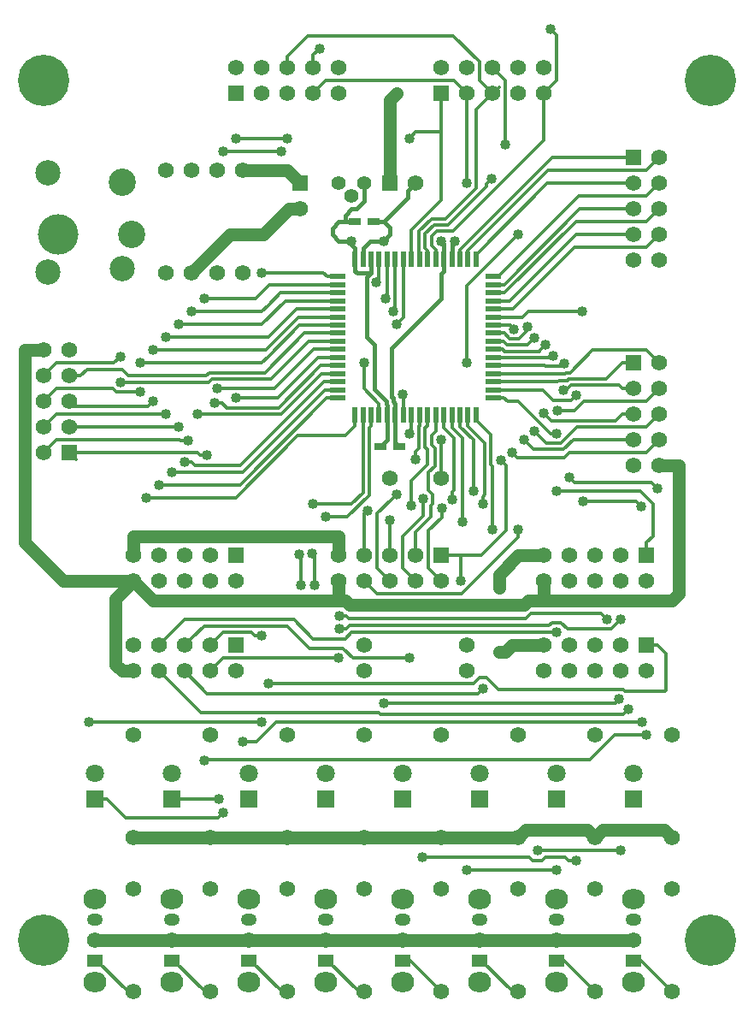
<source format=gbr>
G04 #@! TF.GenerationSoftware,KiCad,Pcbnew,(5.1.2)-2*
G04 #@! TF.CreationDate,2019-07-21T19:43:21-07:00*
G04 #@! TF.ProjectId,300-1004,3330302d-3130-4303-942e-6b696361645f,rev?*
G04 #@! TF.SameCoordinates,Original*
G04 #@! TF.FileFunction,Copper,L1,Top*
G04 #@! TF.FilePolarity,Positive*
%FSLAX46Y46*%
G04 Gerber Fmt 4.6, Leading zero omitted, Abs format (unit mm)*
G04 Created by KiCad (PCBNEW (5.1.2)-2) date 2019-07-21 19:43:21*
%MOMM*%
%LPD*%
G04 APERTURE LIST*
%ADD10C,1.574800*%
%ADD11C,5.080000*%
%ADD12R,1.200000X0.750000*%
%ADD13O,2.286000X2.000000*%
%ADD14O,1.574800X1.200000*%
%ADD15R,1.574800X1.200000*%
%ADD16R,1.574800X1.574800*%
%ADD17C,1.800000*%
%ADD18R,1.800000X1.800000*%
%ADD19R,1.500000X0.550000*%
%ADD20R,0.550000X1.500000*%
%ADD21C,2.500000*%
%ADD22C,4.000000*%
%ADD23C,2.700000*%
%ADD24C,1.397000*%
%ADD25C,1.016000*%
%ADD26C,0.381000*%
%ADD27C,1.270000*%
%ADD28C,0.304800*%
G04 APERTURE END LIST*
D10*
X158750000Y-107950000D03*
X148590000Y-107950000D03*
X158750000Y-110490000D03*
X148590000Y-110490000D03*
D11*
X182880000Y-52070000D03*
X182880000Y-137160000D03*
X116840000Y-137160000D03*
D12*
X147640000Y-66040000D03*
X149540000Y-66040000D03*
X150180000Y-88265000D03*
X152080000Y-88265000D03*
D11*
X116840000Y-52070000D03*
D13*
X175260000Y-133045200D03*
X175260000Y-141274800D03*
D14*
X175260000Y-135153400D03*
D10*
X175260000Y-137160000D03*
D15*
X175260000Y-139166600D03*
D13*
X167640000Y-133045200D03*
X167640000Y-141274800D03*
D14*
X167640000Y-135153400D03*
D10*
X167640000Y-137160000D03*
D15*
X167640000Y-139166600D03*
D13*
X160020000Y-133045200D03*
X160020000Y-141274800D03*
D14*
X160020000Y-135153400D03*
D10*
X160020000Y-137160000D03*
D15*
X160020000Y-139166600D03*
D13*
X152400000Y-133045200D03*
X152400000Y-141274800D03*
D14*
X152400000Y-135153400D03*
D10*
X152400000Y-137160000D03*
D15*
X152400000Y-139166600D03*
D13*
X144780000Y-133045200D03*
X144780000Y-141274800D03*
D14*
X144780000Y-135153400D03*
D10*
X144780000Y-137160000D03*
D15*
X144780000Y-139166600D03*
D13*
X137160000Y-133045200D03*
X137160000Y-141274800D03*
D14*
X137160000Y-135153400D03*
D10*
X137160000Y-137160000D03*
D15*
X137160000Y-139166600D03*
D13*
X129540000Y-133045200D03*
X129540000Y-141274800D03*
D14*
X129540000Y-135153400D03*
D10*
X129540000Y-137160000D03*
D15*
X129540000Y-139166600D03*
D13*
X121920000Y-133045200D03*
X121920000Y-141274800D03*
D14*
X121920000Y-135153400D03*
D10*
X121920000Y-137160000D03*
D15*
X121920000Y-139166600D03*
D10*
X179070000Y-127000000D03*
X179070000Y-116840000D03*
X171450000Y-127000000D03*
X171450000Y-116840000D03*
X163830000Y-127000000D03*
X163830000Y-116840000D03*
X156210000Y-127000000D03*
X156210000Y-116840000D03*
X148590000Y-127000000D03*
X148590000Y-116840000D03*
X140970000Y-127000000D03*
X140970000Y-116840000D03*
X133350000Y-127000000D03*
X133350000Y-116840000D03*
X125730000Y-127000000D03*
X125730000Y-116840000D03*
X179070000Y-142240000D03*
X179070000Y-132080000D03*
X171450000Y-142240000D03*
X171450000Y-132080000D03*
X163830000Y-142240000D03*
X163830000Y-132080000D03*
X156210000Y-142240000D03*
X156210000Y-132080000D03*
X148590000Y-142240000D03*
X148590000Y-132080000D03*
X140970000Y-142240000D03*
X140970000Y-132080000D03*
X133350000Y-142240000D03*
X133350000Y-132080000D03*
X125730000Y-142240000D03*
X125730000Y-132080000D03*
X125730000Y-110490000D03*
X125730000Y-107950000D03*
X128270000Y-110490000D03*
X128270000Y-107950000D03*
X130810000Y-110490000D03*
X130810000Y-107950000D03*
X133350000Y-110490000D03*
X133350000Y-107950000D03*
X135890000Y-110490000D03*
D16*
X135890000Y-107950000D03*
D10*
X166370000Y-110490000D03*
X166370000Y-107950000D03*
X168910000Y-110490000D03*
X168910000Y-107950000D03*
X171450000Y-110490000D03*
X171450000Y-107950000D03*
X173990000Y-110490000D03*
X173990000Y-107950000D03*
X176530000Y-110490000D03*
D16*
X176530000Y-107950000D03*
D17*
X175260000Y-120650000D03*
D18*
X175260000Y-123190000D03*
D17*
X167640000Y-120650000D03*
D18*
X167640000Y-123190000D03*
D17*
X160020000Y-120650000D03*
D18*
X160020000Y-123190000D03*
D17*
X152400000Y-120650000D03*
D18*
X152400000Y-123190000D03*
D17*
X144780000Y-120650000D03*
D18*
X144780000Y-123190000D03*
D17*
X137160000Y-120650000D03*
D18*
X137160000Y-123190000D03*
D17*
X129540000Y-120650000D03*
D18*
X129540000Y-123190000D03*
D17*
X121920000Y-120650000D03*
D18*
X121920000Y-123190000D03*
D19*
X145970000Y-71470000D03*
X145970000Y-72270000D03*
X145970000Y-73070000D03*
X145970000Y-73870000D03*
X145970000Y-74670000D03*
X145970000Y-75470000D03*
X145970000Y-76270000D03*
X145970000Y-77070000D03*
X145970000Y-77870000D03*
X145970000Y-78670000D03*
X145970000Y-79470000D03*
X145970000Y-80270000D03*
X145970000Y-81070000D03*
X145970000Y-81870000D03*
X145970000Y-82670000D03*
X145970000Y-83470000D03*
D20*
X147670000Y-85170000D03*
X148470000Y-85170000D03*
X149270000Y-85170000D03*
X150070000Y-85170000D03*
X150870000Y-85170000D03*
X151670000Y-85170000D03*
X152470000Y-85170000D03*
X153270000Y-85170000D03*
X154070000Y-85170000D03*
X154870000Y-85170000D03*
X155670000Y-85170000D03*
X156470000Y-85170000D03*
X157270000Y-85170000D03*
X158070000Y-85170000D03*
X158870000Y-85170000D03*
X159670000Y-85170000D03*
D19*
X161370000Y-83470000D03*
X161370000Y-82670000D03*
X161370000Y-81870000D03*
X161370000Y-81070000D03*
X161370000Y-80270000D03*
X161370000Y-79470000D03*
X161370000Y-78670000D03*
X161370000Y-77870000D03*
X161370000Y-77070000D03*
X161370000Y-76270000D03*
X161370000Y-75470000D03*
X161370000Y-74670000D03*
X161370000Y-73870000D03*
X161370000Y-73070000D03*
X161370000Y-72270000D03*
X161370000Y-71470000D03*
D20*
X159670000Y-69770000D03*
X158870000Y-69770000D03*
X158070000Y-69770000D03*
X157270000Y-69770000D03*
X156470000Y-69770000D03*
X155670000Y-69770000D03*
X154870000Y-69770000D03*
X154070000Y-69770000D03*
X153270000Y-69770000D03*
X152470000Y-69770000D03*
X151670000Y-69770000D03*
X150870000Y-69770000D03*
X150070000Y-69770000D03*
X149270000Y-69770000D03*
X148470000Y-69770000D03*
X147670000Y-69770000D03*
D21*
X124600000Y-70710000D03*
X117300000Y-61210000D03*
X117300000Y-71010000D03*
D22*
X118300000Y-67310000D03*
D23*
X124600000Y-62110000D03*
X125550000Y-67310000D03*
D10*
X151130000Y-91440000D03*
X156210000Y-91440000D03*
D24*
X146050000Y-62230000D03*
X147320000Y-63500000D03*
X148590000Y-62230000D03*
D10*
X116840000Y-78740000D03*
X119380000Y-78740000D03*
X116840000Y-81280000D03*
X119380000Y-81280000D03*
X116840000Y-83820000D03*
X119380000Y-83820000D03*
X116840000Y-86360000D03*
X119380000Y-86360000D03*
X116840000Y-88900000D03*
D16*
X119380000Y-88900000D03*
D10*
X146050000Y-50800000D03*
X146050000Y-53340000D03*
X143510000Y-50800000D03*
X143510000Y-53340000D03*
X140970000Y-50800000D03*
X140970000Y-53340000D03*
X138430000Y-50800000D03*
X138430000Y-53340000D03*
X135890000Y-50800000D03*
D16*
X135890000Y-53340000D03*
D10*
X166370000Y-101600000D03*
X166370000Y-99060000D03*
X168910000Y-101600000D03*
X168910000Y-99060000D03*
X171450000Y-101600000D03*
X171450000Y-99060000D03*
X173990000Y-101600000D03*
X173990000Y-99060000D03*
X176530000Y-101600000D03*
D16*
X176530000Y-99060000D03*
D10*
X146050000Y-101600000D03*
X146050000Y-99060000D03*
X148590000Y-101600000D03*
X148590000Y-99060000D03*
X151130000Y-101600000D03*
X151130000Y-99060000D03*
X153670000Y-101600000D03*
X153670000Y-99060000D03*
X156210000Y-101600000D03*
D16*
X156210000Y-99060000D03*
D10*
X125730000Y-101600000D03*
X125730000Y-99060000D03*
X128270000Y-101600000D03*
X128270000Y-99060000D03*
X130810000Y-101600000D03*
X130810000Y-99060000D03*
X133350000Y-101600000D03*
X133350000Y-99060000D03*
X135890000Y-101600000D03*
D16*
X135890000Y-99060000D03*
D10*
X177800000Y-69850000D03*
X175260000Y-69850000D03*
X177800000Y-67310000D03*
X175260000Y-67310000D03*
X177800000Y-64770000D03*
X175260000Y-64770000D03*
X177800000Y-62230000D03*
X175260000Y-62230000D03*
X177800000Y-59690000D03*
D16*
X175260000Y-59690000D03*
D10*
X177800000Y-90170000D03*
X175260000Y-90170000D03*
X177800000Y-87630000D03*
X175260000Y-87630000D03*
X177800000Y-85090000D03*
X175260000Y-85090000D03*
X177800000Y-82550000D03*
X175260000Y-82550000D03*
X177800000Y-80010000D03*
D16*
X175260000Y-80010000D03*
D10*
X166370000Y-50800000D03*
X166370000Y-53340000D03*
X163830000Y-50800000D03*
X163830000Y-53340000D03*
X161290000Y-50800000D03*
X161290000Y-53340000D03*
X158750000Y-50800000D03*
X158750000Y-53340000D03*
X156210000Y-50800000D03*
D16*
X156210000Y-53340000D03*
D10*
X131445000Y-71120000D03*
X131445000Y-60960000D03*
X136525000Y-71120000D03*
X136525000Y-60960000D03*
X128905000Y-71120000D03*
X128905000Y-60960000D03*
X133985000Y-71120000D03*
X133985000Y-60960000D03*
X142240000Y-64770000D03*
D16*
X142240000Y-62230000D03*
X151130000Y-62230000D03*
D10*
X153670000Y-62230000D03*
D25*
X147320000Y-67945000D03*
X157530813Y-67945000D03*
X151765000Y-53340000D03*
X156210000Y-67945000D03*
X150495000Y-67945000D03*
X161925000Y-108585000D03*
X161925000Y-102235000D03*
X153035000Y-86995000D03*
X156210000Y-87630000D03*
X152389218Y-83155626D03*
X144145000Y-48895000D03*
X167005000Y-46990000D03*
X148590000Y-80010000D03*
X158750000Y-80010000D03*
X163830000Y-67310000D03*
X162560000Y-58420000D03*
X158750000Y-62230000D03*
X161208617Y-61818407D03*
X153035000Y-57785000D03*
X163195000Y-88900000D03*
X163434861Y-76674831D03*
X164733045Y-76431404D03*
X164435919Y-87656075D03*
X165467515Y-77529173D03*
X165419307Y-86774321D03*
X166579280Y-78242280D03*
X166406590Y-85031575D03*
X167296859Y-79351164D03*
X167701186Y-84769728D03*
X168317917Y-82696317D03*
X168418651Y-80048391D03*
X127000000Y-93345000D03*
X128270000Y-92075000D03*
X129540000Y-90805000D03*
X130810000Y-89839790D03*
X132080000Y-85090000D03*
X133775382Y-83995460D03*
X135890000Y-83489790D03*
X133985000Y-82550000D03*
X161290000Y-96520000D03*
X163830000Y-96520000D03*
X160324790Y-93980000D03*
X148916172Y-94610962D03*
X159385000Y-92710000D03*
X151765000Y-93014790D03*
X158315923Y-95732559D03*
X151135314Y-95580210D03*
X157279251Y-93500556D03*
X154427786Y-93472858D03*
X156266002Y-94347829D03*
X153284823Y-94134808D03*
X153670000Y-89535000D03*
X162100594Y-89639471D03*
X158115000Y-101600000D03*
X144780000Y-95250000D03*
X172670046Y-105362405D03*
X146097622Y-105028979D03*
X143678838Y-102006421D03*
X143438159Y-98893143D03*
X143510000Y-93980000D03*
X173990000Y-105410000D03*
X146097507Y-106349790D03*
X142358027Y-102006420D03*
X142118626Y-98951251D03*
X170180000Y-74930000D03*
X170247022Y-93675210D03*
X176025577Y-94205592D03*
X169545000Y-83185000D03*
X177627643Y-92442629D03*
X168915314Y-91343476D03*
X167640000Y-86995000D03*
X167640000Y-92710000D03*
X151765000Y-76200000D03*
X151499887Y-74906069D03*
X140335000Y-59055000D03*
X134620000Y-59055000D03*
X150704790Y-73660000D03*
X140970000Y-57785000D03*
X135890000Y-57785000D03*
X149812493Y-72059790D03*
X124460000Y-81915000D03*
X124460000Y-79375000D03*
X126365000Y-80010000D03*
X126365000Y-82880210D03*
X127635000Y-78740000D03*
X127635000Y-83820000D03*
X128905000Y-77470000D03*
X128905000Y-85090000D03*
X130175000Y-76200000D03*
X130175000Y-86360000D03*
X131445000Y-74930000D03*
X131114790Y-87697022D03*
X132715000Y-73660000D03*
X133045210Y-89116200D03*
X134620000Y-124510813D03*
X134227978Y-123190000D03*
X138430000Y-107010210D03*
X146050000Y-109220000D03*
X153035000Y-109220000D03*
X160386532Y-112221546D03*
X167640000Y-106680000D03*
X174722531Y-114256158D03*
X165735000Y-128270000D03*
X173990000Y-128270000D03*
X167640000Y-130175000D03*
X158750000Y-130175000D03*
X154305000Y-128905000D03*
X169545000Y-129235210D03*
X150495000Y-113665000D03*
X173805015Y-113306048D03*
X136525000Y-117475000D03*
X176123650Y-115572255D03*
X176530000Y-116840000D03*
X132715000Y-119380000D03*
X139065000Y-111760000D03*
X138430000Y-115570000D03*
X121285000Y-115570000D03*
X138430000Y-71120000D03*
D26*
X147670000Y-68639000D02*
X146976000Y-67945000D01*
X147670000Y-69770000D02*
X147670000Y-68639000D01*
X146976000Y-67945000D02*
X146050000Y-67945000D01*
X146050000Y-67945000D02*
X145415000Y-67310000D01*
X145415000Y-67310000D02*
X145415000Y-66675000D01*
X145415000Y-66675000D02*
X146050000Y-66040000D01*
X149270000Y-71075000D02*
X149270000Y-69770000D01*
X149225000Y-71120000D02*
X149270000Y-71075000D01*
X147889000Y-71120000D02*
X149225000Y-71120000D01*
X147670000Y-70901000D02*
X147889000Y-71120000D01*
X147670000Y-69770000D02*
X147670000Y-70901000D01*
D27*
X146050000Y-103505000D02*
X146050000Y-101600000D01*
X166370000Y-103505000D02*
X166370000Y-101600000D01*
X166370000Y-103505000D02*
X179070000Y-103505000D01*
X179070000Y-103505000D02*
X179705000Y-102870000D01*
X179705000Y-102870000D02*
X179705000Y-90170000D01*
X179705000Y-90170000D02*
X177800000Y-90170000D01*
X125730000Y-101600000D02*
X118745000Y-101600000D01*
X118745000Y-101600000D02*
X114935000Y-97790000D01*
X114935000Y-97790000D02*
X114935000Y-78740000D01*
X114935000Y-78740000D02*
X116840000Y-78740000D01*
D26*
X150755811Y-83769386D02*
X149593302Y-82606877D01*
X150870000Y-85170000D02*
X150870000Y-84204979D01*
X148809192Y-77474304D02*
X148809192Y-71535808D01*
X148809192Y-71535808D02*
X149225000Y-71120000D01*
X149593302Y-82606877D02*
X149593302Y-78258414D01*
X150755811Y-84090790D02*
X150755811Y-83769386D01*
X149593302Y-78258414D02*
X148809192Y-77474304D01*
X150870000Y-84204979D02*
X150755811Y-84090790D01*
X150870000Y-87575000D02*
X150180000Y-88265000D01*
X150870000Y-85170000D02*
X150870000Y-87575000D01*
D27*
X127635000Y-103505000D02*
X146050000Y-103505000D01*
X125730000Y-101600000D02*
X127635000Y-103505000D01*
X156210000Y-127000000D02*
X163830000Y-127000000D01*
X148590000Y-127000000D02*
X156210000Y-127000000D01*
X140970000Y-127000000D02*
X148590000Y-127000000D01*
X133350000Y-127000000D02*
X140970000Y-127000000D01*
X125730000Y-127000000D02*
X133350000Y-127000000D01*
X171450000Y-127000000D02*
X170662601Y-126212601D01*
X164617399Y-126212601D02*
X163830000Y-127000000D01*
X170662601Y-126212601D02*
X164617399Y-126212601D01*
X172237399Y-126212601D02*
X171450000Y-127000000D01*
X179070000Y-127000000D02*
X178282601Y-126212601D01*
X178282601Y-126212601D02*
X172237399Y-126212601D01*
X146050000Y-103505000D02*
X146716391Y-103505000D01*
X147148203Y-103936812D02*
X164401041Y-103936812D01*
X164832853Y-103505000D02*
X166370000Y-103505000D01*
X146716391Y-103505000D02*
X147148203Y-103936812D01*
X164401041Y-103936812D02*
X164832853Y-103505000D01*
X124616449Y-110490000D02*
X123981449Y-109855000D01*
X125730000Y-110490000D02*
X124616449Y-110490000D01*
X123981449Y-103348551D02*
X125730000Y-101600000D01*
X123981449Y-109855000D02*
X123981449Y-103348551D01*
D26*
X148590000Y-63996826D02*
X147816826Y-64770000D01*
X148590000Y-62230000D02*
X148590000Y-63996826D01*
X147816826Y-64770000D02*
X147320000Y-64770000D01*
X147320000Y-64770000D02*
X146685000Y-65405000D01*
X146685000Y-65405000D02*
X146685000Y-66040000D01*
X146050000Y-66040000D02*
X146685000Y-66040000D01*
X146685000Y-66040000D02*
X147640000Y-66040000D01*
X147320000Y-67945000D02*
X146050000Y-67945000D01*
X157270000Y-68205813D02*
X157530813Y-67945000D01*
X157270000Y-69770000D02*
X157270000Y-68205813D01*
D27*
X151130000Y-60172600D02*
X151130000Y-62230000D01*
X151130000Y-53975000D02*
X151130000Y-60172600D01*
X151765000Y-53340000D02*
X151130000Y-53975000D01*
D26*
X150521000Y-66040000D02*
X149540000Y-66040000D01*
D27*
X125730000Y-99060000D02*
X125730000Y-97155000D01*
X125730000Y-97155000D02*
X146050000Y-97155000D01*
X146050000Y-97155000D02*
X146050000Y-99060000D01*
D26*
X156470000Y-70901000D02*
X156210000Y-71161000D01*
X156470000Y-69770000D02*
X156470000Y-70901000D01*
X156210000Y-71161000D02*
X156210000Y-73660000D01*
X156210000Y-73660000D02*
X155892500Y-73977500D01*
X151670000Y-87855000D02*
X152080000Y-88265000D01*
X151670000Y-85170000D02*
X151670000Y-87855000D01*
D27*
X141126449Y-64770000D02*
X138586449Y-67310000D01*
X142240000Y-64770000D02*
X141126449Y-64770000D01*
X135255000Y-67310000D02*
X131445000Y-71120000D01*
X138586449Y-67310000D02*
X135255000Y-67310000D01*
D26*
X151670000Y-85170000D02*
X151670000Y-84035096D01*
X151441622Y-83806718D02*
X151441622Y-83485314D01*
X151670000Y-84035096D02*
X151441622Y-83806718D01*
X151301489Y-83345181D02*
X151301489Y-78568511D01*
X151301489Y-78568511D02*
X156210000Y-73660000D01*
X151441622Y-83485314D02*
X151301489Y-83345181D01*
D27*
X175260000Y-137160000D02*
X167640000Y-137160000D01*
X167640000Y-137160000D02*
X160020000Y-137160000D01*
X160020000Y-137160000D02*
X152400000Y-137160000D01*
X144780000Y-137160000D02*
X152400000Y-137160000D01*
X137160000Y-137160000D02*
X144780000Y-137160000D01*
X129540000Y-137160000D02*
X137160000Y-137160000D01*
X121920000Y-137160000D02*
X129540000Y-137160000D01*
D26*
X152882601Y-63678399D02*
X150521000Y-66040000D01*
X152882601Y-63017399D02*
X152882601Y-63678399D01*
X153670000Y-62230000D02*
X152882601Y-63017399D01*
X148470000Y-68639000D02*
X149164000Y-67945000D01*
X148470000Y-69770000D02*
X148470000Y-68639000D01*
X149164000Y-67945000D02*
X150495000Y-67945000D01*
X150495000Y-67945000D02*
X151130000Y-67310000D01*
X151130000Y-67310000D02*
X151130000Y-66649000D01*
X151130000Y-66649000D02*
X150521000Y-66040000D01*
X156470000Y-68205000D02*
X156210000Y-67945000D01*
X156470000Y-69770000D02*
X156470000Y-68205000D01*
D27*
X166370000Y-107950000D02*
X163195000Y-107950000D01*
X163195000Y-107950000D02*
X162560000Y-108585000D01*
X162560000Y-108585000D02*
X161925000Y-108585000D01*
X161925000Y-102235000D02*
X161925000Y-100965000D01*
X163830000Y-99060000D02*
X166370000Y-99060000D01*
X161925000Y-100965000D02*
X163830000Y-99060000D01*
D28*
X153270000Y-85170000D02*
X153270000Y-86760000D01*
X153270000Y-86760000D02*
X153035000Y-86995000D01*
X156210000Y-87630000D02*
X156210000Y-91440000D01*
X152470000Y-85170000D02*
X152470000Y-83236408D01*
X152470000Y-83236408D02*
X152389218Y-83155626D01*
X143510000Y-49530000D02*
X144145000Y-48895000D01*
X143510000Y-50800000D02*
X143510000Y-49530000D01*
X167157399Y-52552601D02*
X166370000Y-53340000D01*
X167614601Y-52095399D02*
X167157399Y-52552601D01*
X167614601Y-47599601D02*
X167614601Y-52095399D01*
X167005000Y-46990000D02*
X167614601Y-47599601D01*
X155670000Y-69770000D02*
X155670000Y-68833500D01*
X166370000Y-54453551D02*
X166370000Y-53340000D01*
X166370000Y-58022038D02*
X166370000Y-54453551D01*
X157412240Y-66979798D02*
X166370000Y-58022038D01*
X155244798Y-67481702D02*
X155746702Y-66979798D01*
X155244798Y-68408298D02*
X155244798Y-67481702D01*
X155670000Y-68833500D02*
X155244798Y-68408298D01*
X155746702Y-66979798D02*
X157412240Y-66979798D01*
X150070000Y-85170000D02*
X150070000Y-84030000D01*
X150070000Y-84030000D02*
X148590000Y-82550000D01*
X148590000Y-82550000D02*
X148590000Y-81280000D01*
X148590000Y-81280000D02*
X148590000Y-80010000D01*
X158750000Y-80010000D02*
X158750000Y-72390000D01*
X158750000Y-72390000D02*
X163830000Y-67310000D01*
X162560000Y-52070000D02*
X161290000Y-50800000D01*
X162560000Y-58420000D02*
X162560000Y-52070000D01*
X161290000Y-53340000D02*
X161925000Y-52705000D01*
X140970000Y-49686449D02*
X143031449Y-47625000D01*
X160502601Y-52552601D02*
X161290000Y-53340000D01*
X160020000Y-52070000D02*
X160502601Y-52552601D01*
X160020000Y-50227990D02*
X160020000Y-52070000D01*
X157417010Y-47625000D02*
X160020000Y-50227990D01*
X143031449Y-47625000D02*
X157417010Y-47625000D01*
X140970000Y-50800000D02*
X140970000Y-49686449D01*
X154025578Y-66976682D02*
X155241684Y-65760576D01*
X160502601Y-54127399D02*
X161290000Y-53340000D01*
X159715201Y-62693297D02*
X159715201Y-54914799D01*
X159715201Y-54914799D02*
X160502601Y-54127399D01*
X156647921Y-65760576D02*
X159715201Y-62693297D01*
X155241684Y-65760576D02*
X156647921Y-65760576D01*
X154025578Y-69725578D02*
X154025578Y-66976682D01*
X154070000Y-69770000D02*
X154025578Y-69725578D01*
X158750000Y-62230000D02*
X158750000Y-53340000D01*
X154870000Y-68895620D02*
X154635187Y-68660807D01*
X154870000Y-69770000D02*
X154870000Y-68895620D01*
X160700618Y-62326406D02*
X161208617Y-61818407D01*
X154635188Y-67229192D02*
X155494193Y-66370187D01*
X160700618Y-62592262D02*
X160700618Y-62326406D01*
X156922693Y-66370187D02*
X160700618Y-62592262D01*
X155494193Y-66370187D02*
X156922693Y-66370187D01*
X154635187Y-68660807D02*
X154635188Y-67229192D01*
X144297399Y-52552601D02*
X143510000Y-53340000D01*
X144780000Y-52070000D02*
X144297399Y-52552601D01*
X157480000Y-52070000D02*
X144780000Y-52070000D01*
X158750000Y-53340000D02*
X157480000Y-52070000D01*
X153270000Y-69770000D02*
X153270000Y-66847880D01*
X153270000Y-66847880D02*
X156210000Y-63907880D01*
X156210000Y-54432200D02*
X156210000Y-53340000D01*
X153670000Y-57150000D02*
X156210000Y-57150000D01*
X153035000Y-57785000D02*
X153670000Y-57150000D01*
X156210000Y-63907880D02*
X156210000Y-57150000D01*
X156210000Y-57150000D02*
X156210000Y-54432200D01*
X161370000Y-76270000D02*
X163030030Y-76270000D01*
X163030030Y-76270000D02*
X163434861Y-76674831D01*
X168379741Y-89407999D02*
X168887740Y-88900000D01*
X163195000Y-88900000D02*
X163702999Y-89407999D01*
X163702999Y-89407999D02*
X168379741Y-89407999D01*
X177012601Y-88417399D02*
X177800000Y-87630000D01*
X176530000Y-88900000D02*
X177012601Y-88417399D01*
X168887740Y-88900000D02*
X176530000Y-88900000D01*
X161370000Y-77070000D02*
X162443667Y-77070000D01*
X162443667Y-77070000D02*
X163013708Y-77640041D01*
X163900910Y-77640041D02*
X164733045Y-76807906D01*
X164733045Y-76807906D02*
X164733045Y-76431404D01*
X163013708Y-77640041D02*
X163900910Y-77640041D01*
X165349657Y-88569813D02*
X164943918Y-88164074D01*
X175260000Y-87630000D02*
X169295620Y-87630000D01*
X168355807Y-88569813D02*
X165349657Y-88569813D01*
X169295620Y-87630000D02*
X168355807Y-88569813D01*
X164943918Y-88164074D02*
X164435919Y-87656075D01*
X164959516Y-78037172D02*
X165467515Y-77529173D01*
X162381547Y-77870000D02*
X162761199Y-78249652D01*
X164747036Y-78249652D02*
X164959516Y-78037172D01*
X162761199Y-78249652D02*
X164747036Y-78249652D01*
X161370000Y-77870000D02*
X162381547Y-77870000D01*
X166605188Y-87960202D02*
X165927306Y-87282320D01*
X177800000Y-85090000D02*
X176529979Y-86360021D01*
X168103298Y-87960202D02*
X166605188Y-87960202D01*
X169703479Y-86360021D02*
X168103298Y-87960202D01*
X176529979Y-86360021D02*
X169703479Y-86360021D01*
X165927306Y-87282320D02*
X165419307Y-86774321D01*
X162508691Y-78859262D02*
X165962298Y-78859262D01*
X166071281Y-78750279D02*
X166579280Y-78242280D01*
X162319427Y-78670000D02*
X162508691Y-78859262D01*
X161370000Y-78670000D02*
X162319427Y-78670000D01*
X165962298Y-78859262D02*
X166071281Y-78750279D01*
X174146449Y-85090000D02*
X173486038Y-85750411D01*
X167125426Y-85750411D02*
X166914589Y-85539574D01*
X166914589Y-85539574D02*
X166406590Y-85031575D01*
X173486038Y-85750411D02*
X167125426Y-85750411D01*
X175260000Y-85090000D02*
X174146449Y-85090000D01*
X167178023Y-79470000D02*
X167296859Y-79351164D01*
X161370000Y-79470000D02*
X167178023Y-79470000D01*
X170338500Y-83820000D02*
X169388772Y-84769728D01*
X169388772Y-84769728D02*
X168419606Y-84769728D01*
X168419606Y-84769728D02*
X167701186Y-84769728D01*
X176530000Y-83820000D02*
X170338500Y-83820000D01*
X177800000Y-82550000D02*
X176530000Y-83820000D01*
X174146449Y-82550000D02*
X173816247Y-82219798D01*
X161370000Y-80270000D02*
X166471500Y-80270000D01*
X175260000Y-82550000D02*
X174146449Y-82550000D01*
X168126840Y-80340202D02*
X168418651Y-80048391D01*
X166541702Y-80340202D02*
X168126840Y-80340202D01*
X166471500Y-80270000D02*
X166541702Y-80340202D01*
X168605183Y-82696317D02*
X168317917Y-82696317D01*
X169081702Y-82219798D02*
X168605183Y-82696317D01*
X173816247Y-82219798D02*
X169081702Y-82219798D01*
X168507260Y-81070000D02*
X168576684Y-81000576D01*
X177012601Y-79222601D02*
X177800000Y-80010000D01*
X176530000Y-78740000D02*
X177012601Y-79222601D01*
X171232585Y-78740000D02*
X176530000Y-78740000D01*
X168972009Y-81000576D02*
X171232585Y-78740000D01*
X161370000Y-81070000D02*
X168507260Y-81070000D01*
X168576684Y-81000576D02*
X168972009Y-81000576D01*
X174167800Y-80010000D02*
X175260000Y-80010000D01*
X172567613Y-81610187D02*
X174167800Y-80010000D01*
X168829193Y-81610187D02*
X172567613Y-81610187D01*
X168708265Y-81731115D02*
X168829193Y-81610187D01*
X167854619Y-81731115D02*
X168708265Y-81731115D01*
X167715734Y-81870000D02*
X167854619Y-81731115D01*
X161370000Y-81870000D02*
X167715734Y-81870000D01*
X161370000Y-74670000D02*
X163296500Y-74670000D01*
X177012601Y-68097399D02*
X177800000Y-67310000D01*
X176555399Y-68554601D02*
X177012601Y-68097399D01*
X169411899Y-68554601D02*
X176555399Y-68554601D01*
X163296500Y-74670000D02*
X169411899Y-68554601D01*
X169545000Y-67310000D02*
X175260000Y-67310000D01*
X161370000Y-73870000D02*
X162985000Y-73870000D01*
X162985000Y-73870000D02*
X169545000Y-67310000D01*
X161370000Y-73070000D02*
X162515000Y-73070000D01*
X162515000Y-73070000D02*
X169545000Y-66040000D01*
X169545000Y-66040000D02*
X176530000Y-66040000D01*
X176530000Y-66040000D02*
X177800000Y-64770000D01*
X169952880Y-64770000D02*
X174146449Y-64770000D01*
X161370000Y-72270000D02*
X162452880Y-72270000D01*
X162452880Y-72270000D02*
X169952880Y-64770000D01*
X174146449Y-64770000D02*
X175260000Y-64770000D01*
X176530000Y-63500000D02*
X177012601Y-63017399D01*
X177012601Y-63017399D02*
X177800000Y-62230000D01*
X169815000Y-63500000D02*
X176530000Y-63500000D01*
X161845000Y-71470000D02*
X169815000Y-63500000D01*
X161370000Y-71470000D02*
X161845000Y-71470000D01*
X166735000Y-62230000D02*
X174146449Y-62230000D01*
X174146449Y-62230000D02*
X175260000Y-62230000D01*
X159670000Y-69295000D02*
X166735000Y-62230000D01*
X159670000Y-69770000D02*
X159670000Y-69295000D01*
X176530000Y-60960000D02*
X177012601Y-60477399D01*
X158870000Y-69770000D02*
X158870000Y-68896433D01*
X158870000Y-68896433D02*
X166806433Y-60960000D01*
X166806433Y-60960000D02*
X176530000Y-60960000D01*
X177012601Y-60477399D02*
X177800000Y-59690000D01*
X158070000Y-68834313D02*
X167214313Y-59690000D01*
X167214313Y-59690000D02*
X174167800Y-59690000D01*
X174167800Y-59690000D02*
X175260000Y-59690000D01*
X158070000Y-69770000D02*
X158070000Y-68834313D01*
X147670000Y-86224800D02*
X146685000Y-87209800D01*
X147670000Y-85170000D02*
X147670000Y-86224800D01*
X146685000Y-87209800D02*
X142025200Y-87209800D01*
X142025200Y-87209800D02*
X135890000Y-93345000D01*
X135890000Y-93345000D02*
X127000000Y-93345000D01*
X144902880Y-83470000D02*
X136297880Y-92075000D01*
X145970000Y-83470000D02*
X144902880Y-83470000D01*
X128988420Y-92075000D02*
X128270000Y-92075000D01*
X136297880Y-92075000D02*
X128988420Y-92075000D01*
X145970000Y-82670000D02*
X144660000Y-82670000D01*
X144660000Y-82670000D02*
X136525000Y-90805000D01*
X136525000Y-90805000D02*
X129540000Y-90805000D01*
X144597880Y-81870000D02*
X136297880Y-90170000D01*
X131858630Y-90170000D02*
X131528420Y-89839790D01*
X145970000Y-81870000D02*
X144597880Y-81870000D01*
X136297880Y-90170000D02*
X131858630Y-90170000D01*
X131528420Y-89839790D02*
X130810000Y-89839790D01*
X145970000Y-81070000D02*
X144355000Y-81070000D01*
X144355000Y-81070000D02*
X140335000Y-85090000D01*
X140335000Y-85090000D02*
X132080000Y-85090000D01*
X144292880Y-80270000D02*
X140107880Y-84455000D01*
X145970000Y-80270000D02*
X144292880Y-80270000D01*
X140107880Y-84455000D02*
X134953342Y-84455000D01*
X134493802Y-83995460D02*
X133775382Y-83995460D01*
X134953342Y-84455000D02*
X134493802Y-83995460D01*
X145970000Y-79470000D02*
X144050000Y-79470000D01*
X144050000Y-79470000D02*
X140030210Y-83489790D01*
X140030210Y-83489790D02*
X136608420Y-83489790D01*
X136608420Y-83489790D02*
X135890000Y-83489790D01*
X145970000Y-78670000D02*
X143580000Y-78670000D01*
X134703420Y-82550000D02*
X133985000Y-82550000D01*
X143580000Y-78670000D02*
X139725411Y-82524589D01*
X139725411Y-82524589D02*
X134728831Y-82524589D01*
X134728831Y-82524589D02*
X134703420Y-82550000D01*
X159670000Y-85170000D02*
X159670000Y-85645000D01*
X161290000Y-95801580D02*
X161290000Y-96520000D01*
X159670000Y-85645000D02*
X161135392Y-87110392D01*
X161135392Y-90102769D02*
X161290000Y-90257377D01*
X161135392Y-87110392D02*
X161135392Y-90102769D01*
X161290000Y-90257377D02*
X161290000Y-95801580D01*
X149834601Y-102844601D02*
X149377399Y-102387399D01*
X163830000Y-97238420D02*
X158223819Y-102844601D01*
X163830000Y-96520000D02*
X163830000Y-97238420D01*
X149377399Y-102387399D02*
X148590000Y-101600000D01*
X158223819Y-102844601D02*
X149834601Y-102844601D01*
X160525781Y-93060589D02*
X160324790Y-93261580D01*
X158870000Y-86275144D02*
X160525781Y-87930925D01*
X160525781Y-87930925D02*
X160525781Y-93060589D01*
X160324790Y-93261580D02*
X160324790Y-93980000D01*
X158870000Y-85170000D02*
X158870000Y-86275144D01*
X148590000Y-99060000D02*
X148590000Y-94937134D01*
X148590000Y-94937134D02*
X148916172Y-94610962D01*
X149860000Y-100330000D02*
X149860000Y-94919790D01*
X151257001Y-93522789D02*
X151765000Y-93014790D01*
X151130000Y-101600000D02*
X149860000Y-100330000D01*
X149860000Y-94919790D02*
X151257001Y-93522789D01*
X159385000Y-91991580D02*
X159385000Y-92710000D01*
X159385000Y-87652262D02*
X159385000Y-91991580D01*
X158070000Y-86337262D02*
X159385000Y-87652262D01*
X158070000Y-85170000D02*
X158070000Y-86337262D01*
X158315923Y-95014139D02*
X158315923Y-95732559D01*
X157270000Y-85170000D02*
X157270000Y-86399382D01*
X157270000Y-86399382D02*
X158315923Y-87445305D01*
X158315923Y-87445305D02*
X158315923Y-95014139D01*
X151130000Y-99060000D02*
X151130000Y-95585524D01*
X151130000Y-95585524D02*
X151135314Y-95580210D01*
X157480000Y-92581387D02*
X157279251Y-92782136D01*
X157279251Y-92782136D02*
X157279251Y-93500556D01*
X157480000Y-87471502D02*
X157480000Y-92581387D01*
X156470000Y-86461502D02*
X157480000Y-87471502D01*
X156470000Y-85170000D02*
X156470000Y-86461502D01*
X152374601Y-97180399D02*
X154427786Y-95127214D01*
X153670000Y-101600000D02*
X152374601Y-100304601D01*
X152374601Y-100304601D02*
X152374601Y-97180399D01*
X154427786Y-94191278D02*
X154427786Y-93472858D01*
X154427786Y-95127214D02*
X154427786Y-94191278D01*
X155156648Y-95260472D02*
X153670000Y-96747120D01*
X155244799Y-88093297D02*
X155600389Y-88448887D01*
X155670000Y-85170000D02*
X155670000Y-86741502D01*
X155670000Y-86741502D02*
X155244799Y-87166703D01*
X155244799Y-87166703D02*
X155244799Y-88093297D01*
X153670000Y-97946449D02*
X153670000Y-99060000D01*
X155600389Y-88448887D02*
X155600389Y-90207601D01*
X155600389Y-90207601D02*
X154965399Y-90842591D01*
X155392987Y-93936155D02*
X155156648Y-94172494D01*
X154965399Y-90842591D02*
X154965399Y-92581973D01*
X154965399Y-92581973D02*
X155392987Y-93009561D01*
X155392987Y-93009561D02*
X155392987Y-93936155D01*
X155156648Y-94172494D02*
X155156648Y-95260472D01*
X153670000Y-96747120D02*
X153670000Y-97946449D01*
X156210000Y-101600000D02*
X154940000Y-100330000D01*
X154940000Y-100330000D02*
X154940000Y-96628840D01*
X154940000Y-96628840D02*
X156266002Y-95302838D01*
X156266002Y-95302838D02*
X156266002Y-95066249D01*
X156266002Y-95066249D02*
X156266002Y-94347829D01*
X154870000Y-88580618D02*
X154870000Y-90075870D01*
X154635189Y-88345807D02*
X154870000Y-88580618D01*
X154635189Y-86459611D02*
X154635189Y-88345807D01*
X154870000Y-86224800D02*
X154635189Y-86459611D01*
X153284823Y-91661047D02*
X153284823Y-93416388D01*
X154870000Y-85170000D02*
X154870000Y-86224800D01*
X154870000Y-90075870D02*
X153284823Y-91661047D01*
X153284823Y-93416388D02*
X153284823Y-94134808D01*
X154025578Y-88461002D02*
X153670000Y-88816580D01*
X153670000Y-88816580D02*
X153670000Y-89535000D01*
X154025578Y-86269222D02*
X154025578Y-88461002D01*
X154070000Y-86224800D02*
X154025578Y-86269222D01*
X154070000Y-85170000D02*
X154070000Y-86224800D01*
X162608593Y-96629907D02*
X162608593Y-90147470D01*
X162608593Y-90147470D02*
X162100594Y-89639471D01*
X160178500Y-99060000D02*
X162608593Y-96629907D01*
X158115000Y-101600000D02*
X158115000Y-100330000D01*
X158115000Y-100330000D02*
X158115000Y-99060000D01*
X156210000Y-99060000D02*
X158115000Y-99060000D01*
X158115000Y-99060000D02*
X160178500Y-99060000D01*
X145498420Y-95250000D02*
X144780000Y-95250000D01*
X149079610Y-93082510D02*
X146912120Y-95250000D01*
X146912120Y-95250000D02*
X145498420Y-95250000D01*
X149079611Y-86415189D02*
X149079610Y-93082510D01*
X149270000Y-86224800D02*
X149079611Y-86415189D01*
X149270000Y-85170000D02*
X149270000Y-86224800D01*
X164582966Y-105299505D02*
X147086568Y-105299505D01*
X165107496Y-104774975D02*
X164582966Y-105299505D01*
X172082616Y-104774975D02*
X165107496Y-104774975D01*
X172670046Y-105362405D02*
X172082616Y-104774975D01*
X147086568Y-105299505D02*
X146816042Y-105028979D01*
X146816042Y-105028979D02*
X146097622Y-105028979D01*
X143678838Y-102006421D02*
X143678838Y-99133822D01*
X143678838Y-99133822D02*
X143438159Y-98893143D01*
X148470000Y-85170000D02*
X148470000Y-92830000D01*
X148470000Y-92830000D02*
X147320000Y-93980000D01*
X147320000Y-93980000D02*
X143510000Y-93980000D01*
X173050210Y-106349790D02*
X168738290Y-106349790D01*
X168738290Y-106349790D02*
X168103298Y-105714798D01*
X147154458Y-106011259D02*
X146815927Y-106349790D01*
X166880241Y-106011259D02*
X147154458Y-106011259D01*
X167176702Y-105714798D02*
X166880241Y-106011259D01*
X146815927Y-106349790D02*
X146097507Y-106349790D01*
X168103298Y-105714798D02*
X167176702Y-105714798D01*
X173990000Y-105410000D02*
X173050210Y-106349790D01*
X142358027Y-102006420D02*
X142358027Y-99190652D01*
X142358027Y-99190652D02*
X142118626Y-98951251D01*
X169461580Y-74930000D02*
X170180000Y-74930000D01*
X161370000Y-75470000D02*
X164265949Y-75470000D01*
X164265949Y-75470000D02*
X164805949Y-74930000D01*
X164805949Y-74930000D02*
X169461580Y-74930000D01*
X170247022Y-93675210D02*
X175495195Y-93675210D01*
X175495195Y-93675210D02*
X175517578Y-93697593D01*
X175517578Y-93697593D02*
X176025577Y-94205592D01*
X161370000Y-82670000D02*
X166250000Y-82670000D01*
X166250000Y-82670000D02*
X167272999Y-83692999D01*
X167272999Y-83692999D02*
X169037001Y-83692999D01*
X169037001Y-83692999D02*
X169545000Y-83185000D01*
X177036489Y-91851475D02*
X177119644Y-91934630D01*
X177119644Y-91934630D02*
X177627643Y-92442629D01*
X168915314Y-91343476D02*
X169423313Y-91851475D01*
X169423313Y-91851475D02*
X177036489Y-91851475D01*
X162424800Y-83470000D02*
X162774800Y-83820000D01*
X161370000Y-83470000D02*
X162424800Y-83470000D01*
X162774800Y-83820000D02*
X163830000Y-83820000D01*
X163830000Y-83820000D02*
X165100000Y-85090000D01*
X165100000Y-85090000D02*
X166370000Y-86360000D01*
X167005000Y-86995000D02*
X167640000Y-86995000D01*
X166370000Y-86360000D02*
X167005000Y-86995000D01*
X167640000Y-92710000D02*
X175895000Y-92710000D01*
X175895000Y-92710000D02*
X177165000Y-93980000D01*
X177165000Y-93980000D02*
X177165000Y-97155000D01*
X176530000Y-97790000D02*
X176530000Y-99060000D01*
X177165000Y-97155000D02*
X176530000Y-97790000D01*
X152470000Y-69770000D02*
X152470000Y-75495000D01*
X152470000Y-75495000D02*
X151765000Y-76200000D01*
X151670000Y-74735956D02*
X151499887Y-74906069D01*
X151670000Y-69770000D02*
X151670000Y-74735956D01*
X140335000Y-59055000D02*
X134620000Y-59055000D01*
X150870000Y-69770000D02*
X150870000Y-73494790D01*
X150870000Y-73494790D02*
X150704790Y-73660000D01*
X140970000Y-57785000D02*
X135890000Y-57785000D01*
X150070000Y-69770000D02*
X150070000Y-71802283D01*
X150070000Y-71802283D02*
X149812493Y-72059790D01*
X117627399Y-80492601D02*
X116840000Y-81280000D01*
X118084601Y-80035399D02*
X117627399Y-80492601D01*
X123799601Y-80035399D02*
X118084601Y-80035399D01*
X124460000Y-79375000D02*
X123799601Y-80035399D01*
X133191500Y-81915000D02*
X125178420Y-81915000D01*
X125178420Y-81915000D02*
X124460000Y-81915000D01*
X133521702Y-81584798D02*
X133191500Y-81915000D01*
X145970000Y-77870000D02*
X143110000Y-77870000D01*
X143110000Y-77870000D02*
X139395202Y-81584798D01*
X139395202Y-81584798D02*
X133521702Y-81584798D01*
X138734812Y-80975188D02*
X133269192Y-80975188D01*
X133269192Y-80975188D02*
X132964380Y-81280000D01*
X132964380Y-81280000D02*
X125253500Y-81280000D01*
X120493551Y-81280000D02*
X119380000Y-81280000D01*
X121128541Y-80645010D02*
X120493551Y-81280000D01*
X142640000Y-77070000D02*
X138734812Y-80975188D01*
X145970000Y-77070000D02*
X142640000Y-77070000D01*
X124618510Y-80645010D02*
X121128541Y-80645010D01*
X125253500Y-81280000D02*
X124618510Y-80645010D01*
X145970000Y-76270000D02*
X142170000Y-76270000D01*
X142170000Y-76270000D02*
X139065000Y-79375000D01*
X139065000Y-79375000D02*
X138430000Y-80010000D01*
X138430000Y-80010000D02*
X126365000Y-80010000D01*
X116840000Y-83820000D02*
X116205000Y-83820000D01*
X123666500Y-82550000D02*
X123996710Y-82880210D01*
X118110000Y-82550000D02*
X123666500Y-82550000D01*
X125646580Y-82880210D02*
X126365000Y-82880210D01*
X123996710Y-82880210D02*
X125646580Y-82880210D01*
X116840000Y-83820000D02*
X118110000Y-82550000D01*
X145970000Y-75470000D02*
X142107880Y-75470000D01*
X142107880Y-75470000D02*
X138837880Y-78740000D01*
X128353420Y-78740000D02*
X127635000Y-78740000D01*
X138837880Y-78740000D02*
X128353420Y-78740000D01*
X127635000Y-83820000D02*
X127127001Y-84327999D01*
X119887999Y-84327999D02*
X119380000Y-83820000D01*
X127127001Y-84327999D02*
X119887999Y-84327999D01*
X118110000Y-85090000D02*
X116840000Y-86360000D01*
X128905000Y-85090000D02*
X118110000Y-85090000D01*
X145970000Y-74670000D02*
X141865000Y-74670000D01*
X141865000Y-74670000D02*
X139065000Y-77470000D01*
X129623420Y-77470000D02*
X128905000Y-77470000D01*
X139065000Y-77470000D02*
X129623420Y-77470000D01*
X145970000Y-73870000D02*
X140760000Y-73870000D01*
X140760000Y-73870000D02*
X138430000Y-76200000D01*
X138430000Y-76200000D02*
X130175000Y-76200000D01*
X130175000Y-86360000D02*
X119380000Y-86360000D01*
X145970000Y-73070000D02*
X140290000Y-73070000D01*
X140290000Y-73070000D02*
X139065000Y-74295000D01*
X139065000Y-74295000D02*
X138430000Y-74930000D01*
X138430000Y-74930000D02*
X131445000Y-74930000D01*
X118110000Y-87630000D02*
X130329348Y-87630000D01*
X130329348Y-87630000D02*
X130396370Y-87697022D01*
X130396370Y-87697022D02*
X131114790Y-87697022D01*
X116840000Y-88900000D02*
X118110000Y-87630000D01*
X145970000Y-72270000D02*
X139185000Y-72270000D01*
X139185000Y-72270000D02*
X138430000Y-73025000D01*
X138430000Y-73025000D02*
X137795000Y-73660000D01*
X137795000Y-73660000D02*
X132715000Y-73660000D01*
X119380000Y-88900000D02*
X120015000Y-89535000D01*
X132085178Y-88874588D02*
X132326790Y-89116200D01*
X132326790Y-89116200D02*
X133045210Y-89116200D01*
X120497612Y-88874588D02*
X132085178Y-88874588D01*
X120472200Y-88900000D02*
X120497612Y-88874588D01*
X119380000Y-88900000D02*
X120472200Y-88900000D01*
X124953612Y-125018812D02*
X134112001Y-125018812D01*
X134112001Y-125018812D02*
X134620000Y-124510813D01*
X121920000Y-123190000D02*
X123124800Y-123190000D01*
X123124800Y-123190000D02*
X124953612Y-125018812D01*
X129540000Y-123190000D02*
X134227978Y-123190000D01*
X137711580Y-107010210D02*
X138430000Y-107010210D01*
X137381370Y-106680000D02*
X137711580Y-107010210D01*
X133350000Y-107950000D02*
X134620000Y-106680000D01*
X134620000Y-106680000D02*
X137381370Y-106680000D01*
X133350000Y-110490000D02*
X134620000Y-109220000D01*
X134620000Y-109220000D02*
X146050000Y-109220000D01*
X130810000Y-107950000D02*
X131597399Y-107162601D01*
X131597399Y-107162601D02*
X132715000Y-106045000D01*
X132715000Y-106045000D02*
X140970000Y-106045000D01*
X147478498Y-109220000D02*
X152400000Y-109220000D01*
X146513297Y-108254799D02*
X147478498Y-109220000D01*
X140970000Y-106045000D02*
X143179799Y-108254799D01*
X143179799Y-108254799D02*
X146513297Y-108254799D01*
X152400000Y-109220000D02*
X153035000Y-109220000D01*
X130810000Y-110490000D02*
X133049545Y-112729545D01*
X159878533Y-112729545D02*
X160386532Y-112221546D01*
X133049545Y-112729545D02*
X159878533Y-112729545D01*
X141605000Y-105410000D02*
X143510000Y-107315000D01*
X163099986Y-106680000D02*
X166921580Y-106680000D01*
X166921580Y-106680000D02*
X167640000Y-106680000D01*
X130810000Y-105410000D02*
X141605000Y-105410000D01*
X128270000Y-107950000D02*
X130810000Y-105410000D01*
X143510000Y-107315000D02*
X146685000Y-107315000D01*
X146685000Y-107315000D02*
X147320000Y-106680000D01*
X147320000Y-106680000D02*
X159385000Y-106680000D01*
X159385000Y-106680000D02*
X163099986Y-106680000D01*
X150165657Y-114764157D02*
X174214532Y-114764157D01*
X128270000Y-110490000D02*
X132384799Y-114604799D01*
X174214532Y-114764157D02*
X174722531Y-114256158D01*
X150006299Y-114604799D02*
X150165657Y-114764157D01*
X132384799Y-114604799D02*
X150006299Y-114604799D01*
X178282601Y-141452601D02*
X179070000Y-142240000D01*
X175996600Y-139166600D02*
X178282601Y-141452601D01*
X175260000Y-139166600D02*
X175996600Y-139166600D01*
X165735000Y-128270000D02*
X173990000Y-128270000D01*
X170662601Y-141452601D02*
X171450000Y-142240000D01*
X168376600Y-139166600D02*
X170662601Y-141452601D01*
X167640000Y-139166600D02*
X168376600Y-139166600D01*
X163280800Y-142240000D02*
X163830000Y-142240000D01*
X160207400Y-139166600D02*
X163280800Y-142240000D01*
X160020000Y-139166600D02*
X160207400Y-139166600D01*
X167640000Y-130175000D02*
X158750000Y-130175000D01*
X155422601Y-141452601D02*
X156210000Y-142240000D01*
X153136600Y-139166600D02*
X155422601Y-141452601D01*
X152400000Y-139166600D02*
X153136600Y-139166600D01*
X168496370Y-128905000D02*
X168826580Y-129235210D01*
X165271703Y-129235201D02*
X166198297Y-129235201D01*
X154305000Y-128905000D02*
X164941502Y-128905000D01*
X168826580Y-129235210D02*
X169545000Y-129235210D01*
X164941502Y-128905000D02*
X165271703Y-129235201D01*
X166528498Y-128905000D02*
X168496370Y-128905000D01*
X166198297Y-129235201D02*
X166528498Y-128905000D01*
X148040800Y-142240000D02*
X148590000Y-142240000D01*
X144967400Y-139166600D02*
X148040800Y-142240000D01*
X144780000Y-139166600D02*
X144967400Y-139166600D01*
X150495000Y-113665000D02*
X173446063Y-113665000D01*
X173446063Y-113665000D02*
X173805015Y-113306048D01*
X140420800Y-142240000D02*
X140970000Y-142240000D01*
X137347400Y-139166600D02*
X140420800Y-142240000D01*
X137160000Y-139166600D02*
X137347400Y-139166600D01*
X137953498Y-117475000D02*
X139856243Y-115572255D01*
X136525000Y-117475000D02*
X137953498Y-117475000D01*
X175405230Y-115572255D02*
X176123650Y-115572255D01*
X139856243Y-115572255D02*
X175405230Y-115572255D01*
X132800800Y-142240000D02*
X133350000Y-142240000D01*
X129727400Y-139166600D02*
X132800800Y-142240000D01*
X129540000Y-139166600D02*
X129727400Y-139166600D01*
X176530000Y-116840000D02*
X173355000Y-116840000D01*
X132802201Y-119292799D02*
X132715000Y-119380000D01*
X173355000Y-116840000D02*
X170902201Y-119292799D01*
X170902201Y-119292799D02*
X132802201Y-119292799D01*
X138430000Y-115570000D02*
X121285000Y-115570000D01*
X125180800Y-142240000D02*
X125730000Y-142240000D01*
X122107400Y-139166600D02*
X125180800Y-142240000D01*
X121920000Y-139166600D02*
X122107400Y-139166600D01*
X174399745Y-112472278D02*
X174268313Y-112340846D01*
X176530000Y-107950000D02*
X177622200Y-107950000D01*
X177622200Y-107950000D02*
X178435000Y-108762800D01*
X161870846Y-112340846D02*
X160782001Y-111252001D01*
X174268313Y-112340846D02*
X161870846Y-112340846D01*
X178357722Y-112472278D02*
X174399745Y-112472278D01*
X178435000Y-112395000D02*
X178357722Y-112472278D01*
X178435000Y-108762800D02*
X178435000Y-112395000D01*
X139065000Y-111760000D02*
X159385000Y-111760000D01*
X159385000Y-111760000D02*
X160020000Y-111125000D01*
X160020000Y-111125000D02*
X160655000Y-111125000D01*
X160655000Y-111125000D02*
X161870846Y-112340846D01*
D27*
X140970000Y-60960000D02*
X142240000Y-62230000D01*
X136525000Y-60960000D02*
X140970000Y-60960000D01*
D28*
X144915200Y-71470000D02*
X144565200Y-71120000D01*
X145970000Y-71470000D02*
X144915200Y-71470000D01*
X144565200Y-71120000D02*
X139700000Y-71120000D01*
X139700000Y-71120000D02*
X138430000Y-71120000D01*
M02*

</source>
